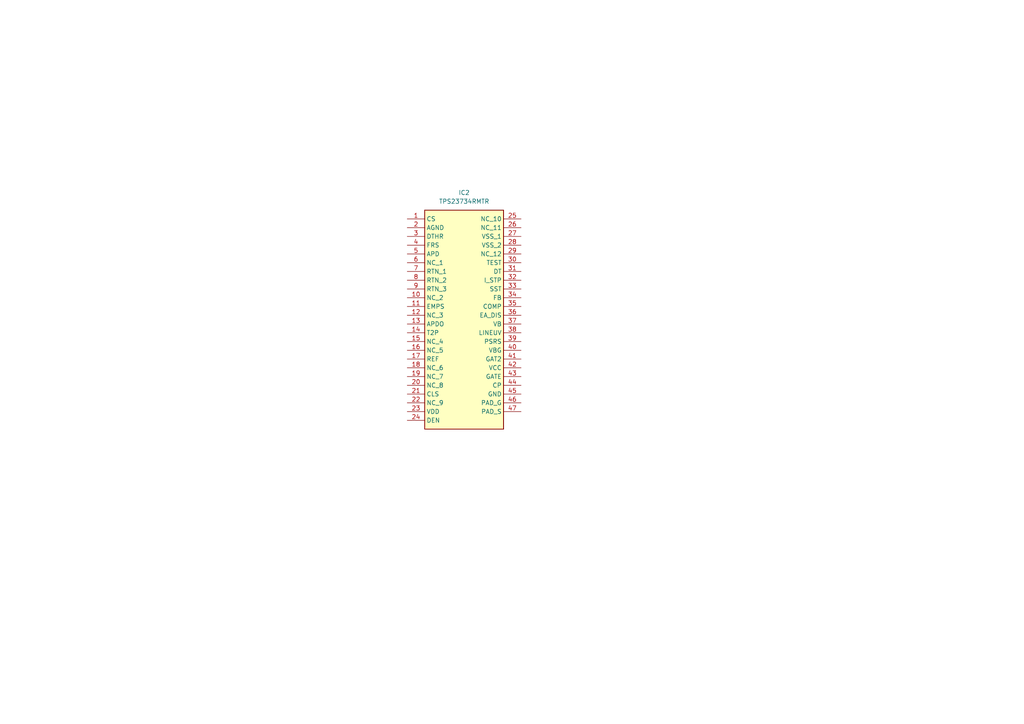
<source format=kicad_sch>
(kicad_sch (version 20250114) (generator "eeschema") (generator_version "9.0")
  (paper "A4")
  (lib_symbols
    (symbol "SamacSys_Parts:TPS23734RMTR"
      (property "Reference" "IC" (at 29.21 7.62 0))
      (property "Value" "TPS23734RMTR" (at 29.21 5.08 0))
      (symbol "TPS23734RMTR_1_1"
        (rectangle (start 5.08 2.54) (end 27.94 -60.96) (stroke (width 0.254)) (fill (type background)))
        (pin passive line (at 0 0 0) (length 5.08) (name "CS") (number "1"))
        (pin passive line (at 0 -2.54 0) (length 5.08) (name "AGND") (number "2"))
        (pin passive line (at 0 -5.08 0) (length 5.08) (name "DTHR") (number "3"))
        (pin passive line (at 0 -7.62 0) (length 5.08) (name "FRS") (number "4"))
        (pin passive line (at 0 -10.16 0) (length 5.08) (name "APD") (number "5"))
        (pin passive line (at 0 -12.7 0) (length 5.08) (name "NC_1") (number "6"))
        (pin passive line (at 0 -15.24 0) (length 5.08) (name "RTN_1") (number "7"))
        (pin passive line (at 0 -17.78 0) (length 5.08) (name "RTN_2") (number "8"))
        (pin passive line (at 0 -20.32 0) (length 5.08) (name "RTN_3") (number "9"))
        (pin passive line (at 0 -22.86 0) (length 5.08) (name "NC_2") (number "10"))
        (pin passive line (at 0 -25.4 0) (length 5.08) (name "EMPS") (number "11"))
        (pin passive line (at 0 -27.94 0) (length 5.08) (name "NC_3") (number "12"))
        (pin passive line (at 0 -30.48 0) (length 5.08) (name "APDO") (number "13"))
        (pin passive line (at 0 -33.02 0) (length 5.08) (name "T2P") (number "14"))
        (pin passive line (at 0 -35.56 0) (length 5.08) (name "NC_4") (number "15"))
        (pin passive line (at 0 -38.1 0) (length 5.08) (name "NC_5") (number "16"))
        (pin passive line (at 0 -40.64 0) (length 5.08) (name "REF") (number "17"))
        (pin passive line (at 0 -43.18 0) (length 5.08) (name "NC_6") (number "18"))
        (pin passive line (at 0 -45.72 0) (length 5.08) (name "NC_7") (number "19"))
        (pin passive line (at 0 -48.26 0) (length 5.08) (name "NC_8") (number "20"))
        (pin passive line (at 0 -50.8 0) (length 5.08) (name "CLS") (number "21"))
        (pin passive line (at 0 -53.34 0) (length 5.08) (name "NC_9") (number "22"))
        (pin passive line (at 0 -55.88 0) (length 5.08) (name "VDD") (number "23"))
        (pin passive line (at 0 -58.42 0) (length 5.08) (name "DEN") (number "24"))
        (pin passive line (at 33.02 0 180) (length 5.08) (name "NC_10") (number "25"))
        (pin passive line (at 33.02 -2.54 180) (length 5.08) (name "NC_11") (number "26"))
        (pin passive line (at 33.02 -5.08 180) (length 5.08) (name "VSS_1") (number "27"))
        (pin passive line (at 33.02 -7.62 180) (length 5.08) (name "VSS_2") (number "28"))
        (pin passive line (at 33.02 -10.16 180) (length 5.08) (name "NC_12") (number "29"))
        (pin passive line (at 33.02 -12.7 180) (length 5.08) (name "TEST") (number "30"))
        (pin passive line (at 33.02 -15.24 180) (length 5.08) (name "DT") (number "31"))
        (pin passive line (at 33.02 -17.78 180) (length 5.08) (name "I_STP") (number "32"))
        (pin passive line (at 33.02 -20.32 180) (length 5.08) (name "SST") (number "33"))
        (pin passive line (at 33.02 -22.86 180) (length 5.08) (name "FB") (number "34"))
        (pin passive line (at 33.02 -25.4 180) (length 5.08) (name "COMP") (number "35"))
        (pin passive line (at 33.02 -27.94 180) (length 5.08) (name "EA_DIS") (number "36"))
        (pin passive line (at 33.02 -30.48 180) (length 5.08) (name "VB") (number "37"))
        (pin passive line (at 33.02 -33.02 180) (length 5.08) (name "LINEUV") (number "38"))
        (pin passive line (at 33.02 -35.56 180) (length 5.08) (name "PSRS") (number "39"))
        (pin passive line (at 33.02 -38.1 180) (length 5.08) (name "VBG") (number "40"))
        (pin passive line (at 33.02 -40.64 180) (length 5.08) (name "GAT2") (number "41"))
        (pin passive line (at 33.02 -43.18 180) (length 5.08) (name "VCC") (number "42"))
        (pin passive line (at 33.02 -45.72 180) (length 5.08) (name "GATE") (number "43"))
        (pin passive line (at 33.02 -48.26 180) (length 5.08) (name "CP") (number "44"))
        (pin passive line (at 33.02 -50.8 180) (length 5.08) (name "GND") (number "45"))
        (pin passive line (at 33.02 -53.34 180) (length 5.08) (name "PAD_G") (number "46"))
        (pin passive line (at 33.02 -55.88 180) (length 5.08) (name "PAD_S") (number "47"))
      )
    )
  )
  (symbol (lib_id "SamacSys_Parts:TPS23734RMTR") (at 118.11 63.5 0) (unit 1)
    (property "Reference" "IC2" (at 134.62 55.88 0))
    (property "Value" "TPS23734RMTR" (at 134.62 58.42 0))
    (property "Footprint" "TPS23734RMTR" (effects (hide yes)))
    (property "Datasheet" "https://www.ti.com/lit/ds/symlink/tps23734.pdf?ts=1606816319569&ref_url=https%253A%252F%252Fwww.ti.com%252Fstore%252Fti%252Fen%252Fp%252Fproduct%252F%253Fp%253DTPS23734RMTR%2526keyMatch%253DTPS23734RMTR%2526tisearch%253DSearch-EN-everything%2526usecase%25" (effects (hide yes)))
    (property "Description" "Power Switch ICs - POE / LAN" (effects (hide yes)))
    (property "Height" "1" (effects (hide yes)))
    (property "Mouser Part Number" "595-TPS23734RMTR" (effects (hide yes)))
    (property "Mouser Price/Stock" "https://www.mouser.co.uk/ProductDetail/Texas-Instruments/TPS23734RMTR?qs=DPoM0jnrROUMjeEOZgNAUg%3D%3D" (effects (hide yes)))
    (property "Manufacturer_Name" "Texas Instruments" (effects (hide yes)))
    (property "Manufacturer_Part_Number" "TPS23734RMTR" (effects (hide yes)))
  )
)
</source>
